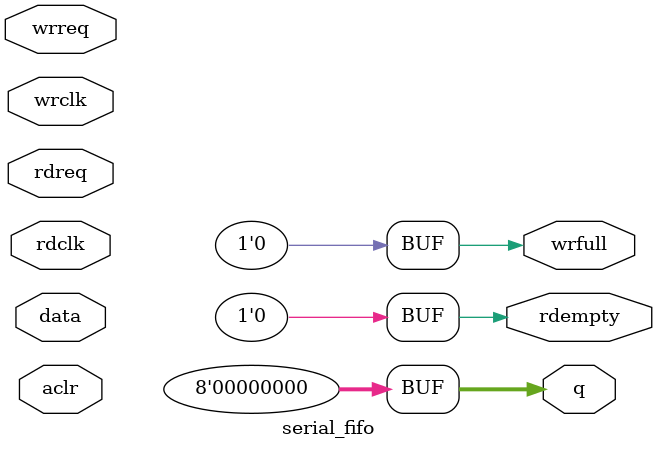
<source format=v>
module serial_fifo(	// file.cleaned.mlir:2:3
  input        aclr,	// file.cleaned.mlir:2:29
  input  [7:0] data,	// file.cleaned.mlir:2:44
  input        rdclk,	// file.cleaned.mlir:2:59
               rdreq,	// file.cleaned.mlir:2:75
               wrclk,	// file.cleaned.mlir:2:91
               wrreq,	// file.cleaned.mlir:2:107
  output [7:0] q,	// file.cleaned.mlir:2:124
  output       rdempty,	// file.cleaned.mlir:2:136
               wrfull	// file.cleaned.mlir:2:154
);

  assign q = 8'h0;	// file.cleaned.mlir:3:14, :5:5
  assign rdempty = 1'h0;	// file.cleaned.mlir:4:14, :5:5
  assign wrfull = 1'h0;	// file.cleaned.mlir:4:14, :5:5
endmodule


</source>
